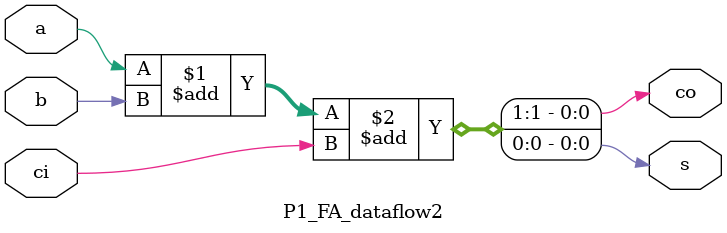
<source format=v>

module P1_FA_dataflow2(
    output          s,   // sum
    output          co,  // carry out
    input           a,   // input a
    input           b,   // input b
    input           ci   // carry in
);

    assign          {co, s} = a + b + ci;

endmodule
</source>
